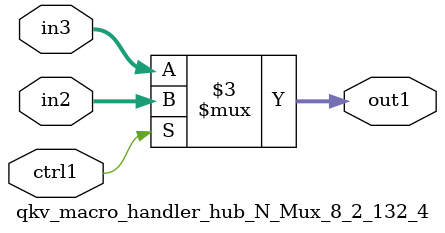
<source format=v>

`timescale 1ps / 1ps


module qkv_macro_handler_hub_N_Mux_8_2_132_4( in3, in2, ctrl1, out1 );

    input [7:0] in3;
    input [7:0] in2;
    input ctrl1;
    output [7:0] out1;
    reg [7:0] out1;

    
    // rtl_process:qkv_macro_handler_hub_N_Mux_8_2_132_4/qkv_macro_handler_hub_N_Mux_8_2_132_4_thread_1
    always @*
      begin : qkv_macro_handler_hub_N_Mux_8_2_132_4_thread_1
        case (ctrl1) 
          1'b1: 
            begin
              out1 = in2;
            end
          default: 
            begin
              out1 = in3;
            end
        endcase
      end

endmodule



</source>
